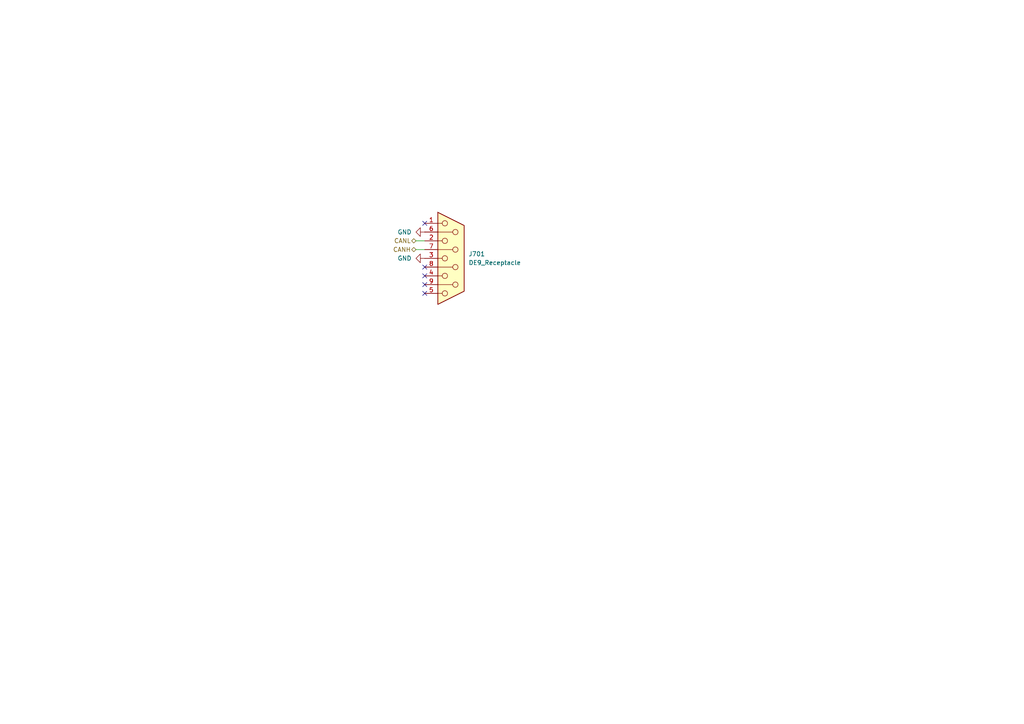
<source format=kicad_sch>
(kicad_sch (version 20231120) (generator "eeschema") (generator_version "8.0")
  (paper "A4")
  (lib_symbols
    (symbol "Connector:DE9_Receptacle" (pin_names (offset 1.016) hide)
      (property "Reference" "J" (at 0 13.97 0))
      (property "Value" "DE9_Receptacle" (at 0 -14.605 0))
      (symbol "DE9_Receptacle_0_1"
        (circle (center -1.778 -10.16) (radius 0.762))
        (circle (center -1.778 -5.08) (radius 0.762))
        (circle (center -1.778 0) (radius 0.762))
        (circle (center -1.778 5.08) (radius 0.762))
        (circle (center -1.778 10.16) (radius 0.762))
        (polyline (pts (xy -3.81 -10.16) (xy -2.54 -10.16)))
        (polyline (pts (xy -3.81 -7.62) (xy 0.508 -7.62)))
        (polyline (pts (xy -3.81 -5.08) (xy -2.54 -5.08)))
        (polyline (pts (xy -3.81 -2.54) (xy 0.508 -2.54)))
        (polyline (pts (xy -3.81 0) (xy -2.54 0)))
        (polyline (pts (xy -3.81 2.54) (xy 0.508 2.54)))
        (polyline (pts (xy -3.81 5.08) (xy -2.54 5.08)))
        (polyline (pts (xy -3.81 7.62) (xy 0.508 7.62)))
        (polyline (pts (xy -3.81 10.16) (xy -2.54 10.16)))
        (polyline (pts (xy -3.81 13.335) (xy -3.81 -13.335) (xy 3.81 -9.525) (xy 3.81 9.525) (xy -3.81 13.335)) (stroke (width 0.254)) (fill (type background)))
        (circle (center 1.27 -7.62) (radius 0.762))
        (circle (center 1.27 -2.54) (radius 0.762))
        (circle (center 1.27 2.54) (radius 0.762))
        (circle (center 1.27 7.62) (radius 0.762))
      )
      (symbol "DE9_Receptacle_1_1"
        (pin passive line (at -7.62 10.16 0) (length 3.81) (name "1") (number "1"))
        (pin passive line (at -7.62 5.08 0) (length 3.81) (name "2") (number "2"))
        (pin passive line (at -7.62 0 0) (length 3.81) (name "3") (number "3"))
        (pin passive line (at -7.62 -5.08 0) (length 3.81) (name "4") (number "4"))
        (pin passive line (at -7.62 -10.16 0) (length 3.81) (name "5") (number "5"))
        (pin passive line (at -7.62 7.62 0) (length 3.81) (name "6") (number "6"))
        (pin passive line (at -7.62 2.54 0) (length 3.81) (name "7") (number "7"))
        (pin passive line (at -7.62 -2.54 0) (length 3.81) (name "8") (number "8"))
        (pin passive line (at -7.62 -7.62 0) (length 3.81) (name "9") (number "9"))
      )
    )
    (symbol "power:GND" (power) (pin_numbers hide) (pin_names (offset 0) hide)
      (property "Value" "GND" (at 0 -3.81 0))
      (symbol "GND_0_1"
        (polyline (pts (xy 0 0) (xy 0 -1.27) (xy 1.27 -1.27) (xy 0 -2.54) (xy -1.27 -1.27) (xy 0 -1.27)))
      )
      (symbol "GND_1_1"
        (pin power_in line (at 0 0 270) (length 0) (name "~") (number "1"))
      )
    )
  )
  (no_connect (at 123.19 85.09))
  (no_connect (at 123.19 80.01))
  (no_connect (at 123.19 82.55))
  (no_connect (at 123.19 64.77))
  (no_connect (at 123.19 77.47))
  (wire (pts (xy 120.65 69.85) (xy 123.19 69.85)))
  (wire (pts (xy 120.65 72.39) (xy 123.19 72.39)))
  (hierarchical_label "CANH" (shape bidirectional) (at 120.65 72.39 180))
  (hierarchical_label "CANL" (shape bidirectional) (at 120.65 69.85 180))
  (symbol (lib_id "power:GND") (at 123.19 67.31 270) (unit 1)
    (property "Reference" "#PWR0701" (effects (hide yes)))
    (property "Value" "GND" (at 119.38 67.3099 90) (effects (justify right)))
    (property "Description" "Power symbol creates a global label with name \"GND\" , ground" (effects (hide yes)))
  )
  (symbol (lib_id "power:GND") (at 123.19 74.93 270) (unit 1)
    (property "Reference" "#PWR0702" (effects (hide yes)))
    (property "Value" "GND" (at 119.38 74.9299 90) (effects (justify right)))
    (property "Description" "Power symbol creates a global label with name \"GND\" , ground" (effects (hide yes)))
  )
  (symbol (lib_id "Connector:DE9_Receptacle") (at 130.81 74.93 0) (unit 1)
    (property "Reference" "J701" (at 135.89 73.6599 0) (effects (justify left)))
    (property "Value" "DE9_Receptacle" (at 135.89 76.1999 0) (effects (justify left)))
    (property "Footprint" "Connector_Dsub:DSUB-9_Female_Horizontal_P2.77x2.84mm_EdgePinOffset4.94mm_Housed_MountingHolesOffset7.48mm" (effects (hide yes)))
    (property "Description" "9-pin female receptacle socket D-SUB connector" (effects (hide yes)))
  )
)
</source>
